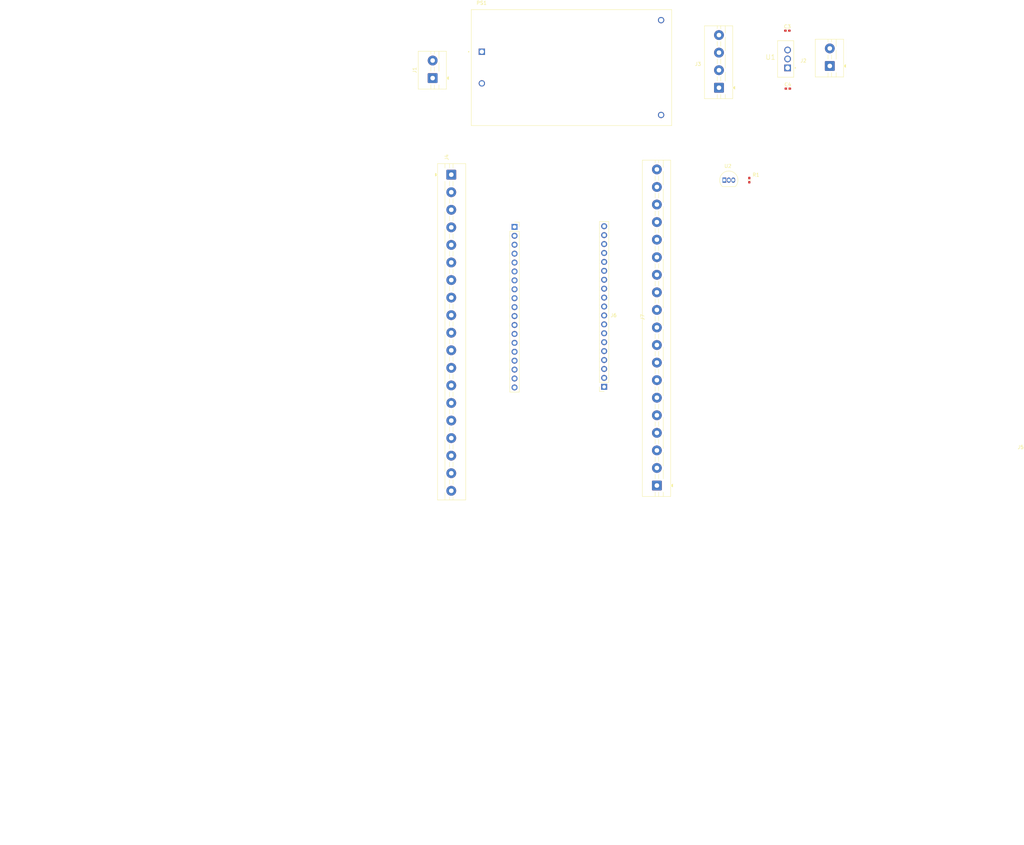
<source format=kicad_pcb>
(kicad_pcb (version 20241229) (generator "pcbnew") (generator_version "9.0")
  (layers (0 "F.Cu" signal) (2 "B.Cu" signal) (13 "F.Paste" user) (15 "B.Paste" user) (5 "F.SilkS" user "F.Silkscreen") (7 "B.SilkS" user "B.Silkscreen") (1 "F.Mask" user) (3 "B.Mask" user) (25 "Edge.Cuts" user))
  (net 0 "")
  (net 1 "Net-(J1-Pin_2)")
  (net 2 "Net-(J1-Pin_1)")
  (net 3 "+12V")
  (net 4 "GND")
  (net 5 "+5V")
  (net 6 "P12")
  (net 7 "CLK")
  (net 8 "P27")
  (net 9 "SD1")
  (net 10 "CMD")
  (net 11 "P22")
  (net 12 "SD0")
  (net 13 "P25")
  (net 14 "TX")
  (net 15 "P13")
  (net 16 "3V3")
  (net 17 "P0")
  (net 18 "P16")
  (net 19 "SVP")
  (net 20 "P2")
  (net 21 "P19")
  (net 22 "P5")
  (net 23 "SVN")
  (net 24 "P35")
  (net 25 "P17")
  (net 26 "P34")
  (net 27 "P21")
  (net 28 "P15")
  (net 29 "P23")
  (net 30 "EN")
  (net 31 "P14")
  (net 32 "P33")
  (net 33 "P18")
  (net 34 "P32")
  (net 35 "SD2")
  (net 36 "P26")
  (net 37 "RX")
  (footprint "Package_TO_SOT_THT:TO-92_Inline" (layer "F.Cu") (at 106.5 67.5)
    (property "Reference" "U2" (at 1 -4 0) (layer "F.SilkS"))
    (property "Value" "DS18B20")
    (fp_line (start -0.53 1.85) (end 3.07 1.85) (stroke (width 0.12)) (layer "F.SilkS"))
    (fp_arc (start -0.568478 1.838478) (mid -1.132087 -0.994977) (end 1.27 -2.6) (stroke (width 0.12)) (layer "F.SilkS"))
    (fp_arc (start 1.27 -2.6) (mid 3.672087 -0.994977) (end 3.108478 1.838478) (stroke (width 0.12)) (layer "F.SilkS"))
    (pad "1" thru_hole rect (at 0 0) (size 1.05 1.5) (drill 0.75) (layers "*.Cu" "*.Mask") (net 4 "GND"))
    (pad "2" thru_hole oval (at 1.27 0) (size 1.05 1.5) (drill 0.75) (layers "*.Cu" "*.Mask") (net 6 "P12"))
    (pad "3" thru_hole oval (at 2.54 0) (size 1.05 1.5) (drill 0.75) (layers "*.Cu" "*.Mask") (net 5 "+5V"))
  )
  (footprint "Capacitor_SMD:C_0402_1005Metric_Pad0.74x0.62mm_HandSolder" (layer "F.Cu") (at 124.4325 24.95)
    (property "Reference" "C3" (at 0 -1.16 0) (layer "F.SilkS"))
    (property "Value" "0.1uf")
    (fp_line (start -0.115835 -0.36) (end 0.115835 -0.36) (stroke (width 0.12)) (layer "F.SilkS"))
    (fp_line (start -0.115835 0.36) (end 0.115835 0.36) (stroke (width 0.12)) (layer "F.SilkS"))
    (pad "1" smd roundrect (at -0.5675 0) (size 0.735 0.62) (layers "F.Cu" "F.Mask" "F.Paste") (net 5 "+5V"))
    (pad "2" smd roundrect (at 0.5675 0) (size 0.735 0.62) (layers "F.Cu" "F.Mask" "F.Paste") (net 4 "GND"))
  )
  (footprint "TerminalBlock:TerminalBlock_MaiXu_MX126-5.0-19P_1x19_P5.00mm" (layer "F.Cu") (at 87.3 154.445 90)
    (property "Reference" "J7" (at 47.935 -4.0925 90) (layer "F.SilkS"))
    (property "Value" "Screw_Terminal_01x19")
    (fp_line (start 92.62 -4.12) (end 92.62 3.92) (stroke (width 0.12)) (layer "F.SilkS"))
    (fp_line (start -3.12 -4.12) (end 92.62 -4.12) (stroke (width 0.12)) (layer "F.SilkS"))
    (fp_line (start 91.812 -0.5) (end 92.62 -0.5) (stroke (width 0.12)) (layer "F.SilkS"))
    (fp_line (start 86.812 -0.5) (end 88.188 -0.5) (stroke (width 0.12)) (layer "F.SilkS"))
    (fp_line (start 81.812 -0.5) (end 83.188 -0.5) (stroke (width 0.12)) (layer "F.SilkS"))
    (fp_line (start 76.812 -0.5) (end 78.188 -0.5) (stroke (width 0.12)) (layer "F.SilkS"))
    (fp_line (start 71.812 -0.5) (end 73.188 -0.5) (stroke (width 0.12)) (layer "F.SilkS"))
    (fp_line (start 66.812 -0.5) (end 68.188 -0.5) (stroke (width 0.12)) (layer "F.SilkS"))
    (fp_line (start 61.812 -0.5) (end 63.188 -0.5) (stroke (width 0.12)) (layer "F.SilkS"))
    (fp_line (start 56.812 -0.5) (end 58.188 -0.5) (stroke (width 0.12)) (layer "F.SilkS"))
    (fp_line (start 51.812 -0.5) (end 53.188 -0.5) (stroke (width 0.12)) (layer "F.SilkS"))
    (fp_line (start 46.812 -0.5) (end 48.188 -0.5) (stroke (width 0.12)) (layer "F.SilkS"))
    (fp_line (start 41.812 -0.5) (end 43.188 -0.5) (stroke (width 0.12)) (layer "F.SilkS"))
    (fp_line (start 36.812 -0.5) (end 38.188 -0.5) (stroke (width 0.12)) (layer "F.SilkS"))
    (fp_line (start 31.812 -0.5) (end 33.188 -0.5) (stroke (width 0.12)) (layer "F.SilkS"))
    (fp_line (start 26.812 -0.5) (end 28.188 -0.5) (stroke (width 0.12)) (layer "F.SilkS"))
    (fp_line (start 21.812 -0.5) (end 23.188 -0.5) (stroke (width 0.12)) (layer "F.SilkS"))
    (fp_line (start 16.812 -0.5) (end 18.188 -0.5) (stroke (width 0.12)) (layer "F.SilkS"))
    (fp_line (start 11.812 -0.5) (end 13.188 -0.5) (stroke (width 0.12)) (layer "F.SilkS"))
    (fp_line (start 6.812 -0.5) (end 8.188 -0.5) (stroke (width 0.12)) (layer "F.SilkS"))
    (fp_line (start 1.88 -0.5) (end 3.188 -0.5) (stroke (width 0.12)) (layer "F.SilkS"))
    (fp_line (start -3.12 -0.5) (end -1.88 -0.5) (stroke (width 0.12)) (layer "F.SilkS"))
    (fp_line (start 91.812 0.5) (end 92.62 0.5) (stroke (width 0.12)) (layer "F.SilkS"))
    (fp_line (start 86.812 0.5) (end 88.188 0.5) (stroke (width 0.12)) (layer "F.SilkS"))
    (fp_line (start 81.812 0.5) (end 83.188 0.5) (stroke (width 0.12)) (layer "F.SilkS"))
    (fp_line (start 76.812 0.5) (end 78.188 0.5) (stroke (width 0.12)) (layer "F.SilkS"))
    (fp_line (start 71.812 0.5) (end 73.188 0.5) (stroke (width 0.12)) (layer "F.SilkS"))
    (fp_line (start 66.812 0.5) (end 68.188 0.5) (stroke (width 0.12)) (layer "F.SilkS"))
    (fp_line (start 61.812 0.5) (end 63.188 0.5) (stroke (width 0.12)) (layer "F.SilkS"))
    (fp_line (start 56.812 0.5) (end 58.188 0.5) (stroke (width 0.12)) (layer "F.SilkS"))
    (fp_line (start 51.812 0.5) (end 53.188 0.5) (stroke (width 0.12)) (layer "F.SilkS"))
    (fp_line (start 46.812 0.5) (end 48.188 0.5) (stroke (width 0.12)) (layer "F.SilkS"))
    (fp_line (start 41.812 0.5) (end 43.188 0.5) (stroke (width 0.12)) (layer "F.SilkS"))
    (fp_line (start 36.812 0.5) (end 38.188 0.5) (stroke (width 0.12)) (layer "F.SilkS"))
    (fp_line (start 31.812 0.5) (end 33.188 0.5) (stroke (width 0.12)) (layer "F.SilkS"))
    (fp_line (start 26.812 0.5) (end 28.188 0.5) (stroke (width 0.12)) (layer "F.SilkS"))
    (fp_line (start 21.812 0.5) (end 23.188 0.5) (stroke (width 0.12)) (layer "F.SilkS"))
    (fp_line (start 16.812 0.5) (end 18.188 0.5) (stroke (width 0.12)) (layer "F.SilkS"))
    (fp_line (start 11.812 0.5) (end 13.188 0.5) (stroke (width 0.12)) (layer "F.SilkS"))
    (fp_line (start 6.812 0.5) (end 8.188 0.5) (stroke (width 0.12)) (layer "F.SilkS"))
    (fp_line (start 1.88 0.5) (end 3.188 0.5) (stroke (width 0.12)) (layer "F.SilkS"))
    (fp_line (start -3.12 0.5) (end -1.88 0.5) (stroke (width 0.12)) (layer "F.SilkS"))
    (fp_line (start 90.543 1.8) (end 92.62 1.8) (stroke (width 0.12)) (layer "F.SilkS"))
    (fp_line (start 85.543 1.8) (end 89.457 1.8) (stroke (width 0.12)) (layer "F.SilkS"))
    (fp_line (start 80.543 1.8) (end 84.457 1.8) (stroke (width 0.12)) (layer "F.SilkS"))
    (fp_line (start 75.543 1.8) (end 79.457 1.8) (stroke (width 0.12)) (layer "F.SilkS"))
    (fp_line (start 70.543 1.8) (end 74.457 1.8) (stroke (width 0.12)) (layer "F.SilkS"))
    (fp_line (start 65.543 1.8) (end 69.457 1.8) (stroke (width 0.12)) (layer "F.SilkS"))
    (fp_line (start 60.543 1.8) (end 64.457 1.8) (stroke (width 0.12)) (layer "F.SilkS"))
    (fp_line (start 55.543 1.8) (end 59.457 1.8) (stroke (width 0.12)) (layer "F.SilkS"))
    (fp_line (start 50.543 1.8) (end 54.457 1.8) (stroke (width 0.12)) (layer "F.SilkS"))
    (fp_line (start 45.543 1.8) (end 49.457 1.8) (stroke (width 0.12)) (layer "F.SilkS"))
    (fp_line (start 40.543 1.8) (end 44.457 1.8) (stroke (width 0.12)) (layer "F.SilkS"))
    (fp_line (start 35.543 1.8) (end 39.457 1.8) (stroke (width 0.12)) (layer "F.SilkS"))
    (fp_line (start 30.543 1.8) (end 34.457 1.8) (stroke (width 0.12)) (layer "F.SilkS"))
    (fp_line (start 25.543 1.8) (end 29.457 1.8) (stroke (width 0.12)) (layer "F.SilkS"))
    (fp_line (start 20.543 1.8) (end 24.457 1.8) (stroke (width 0.12)) (layer "F.SilkS"))
    (fp_line (start 15.543 1.8) (end 19.457 1.8) (stroke (width 0.12)) (layer "F.SilkS"))
    (fp_line (start 10.543 1.8) (end 14.457 1.8) (stroke (width 0.12)) (layer "F.SilkS"))
    (fp_line (start 5.543 1.8) (end 9.457 1.8) (stroke (width 0.12)) (layer "F.SilkS"))
    (fp_line (start 1.88 1.8) (end 4.457 1.8) (stroke (width 0.12)) (layer "F.SilkS"))
    (fp_line (start -3.12 1.8) (end -1.88 1.8) (stroke (width 0.12)) (layer "F.SilkS"))
    (fp_line (start 92.62 3.92) (end 0.3 3.92) (stroke (width 0.12)) (layer "F.SilkS"))
    (fp_line (start -0.3 3.92) (end -3.12 3.92) (stroke (width 0.12)) (layer "F.SilkS"))
    (fp_line (start -3.12 3.92) (end -3.12 -4.12) (stroke (width 0.12)) (layer "F.SilkS"))
    (fp_poly (pts (xy 0 3.92) (xy 0.44 4.53) (xy -0.44 4.53)) (stroke (width 0.12)) (fill yes) (layer "F.SilkS"))
    (pad "1" thru_hole roundrect (at 0 0 90) (size 2.8 2.8) (drill 1.3) (layers "*.Cu" "*.Mask") (roundrect_rratio 0.089286) (net 7 "CLK"))
    (pad "2" thru_hole circle (at 5 0 90) (size 2.8 2.8) (drill 1.3) (layers "*.Cu" "*.Mask") (net 12 "SD0"))
    (pad "3" thru_hole circle (at 10 0 90) (size 2.8 2.8) (drill 1.3) (layers "*.Cu" "*.Mask") (net 9 "SD1"))
    (pad "4" thru_hole circle (at 15 0 90) (size 2.8 2.8) (drill 1.3) (layers "*.Cu" "*.Mask") (net 28 "P15"))
    (pad "5" thru_hole circle (at 20 0 90) (size 2.8 2.8) (drill 1.3) (layers "*.Cu" "*.Mask") (net 20 "P2"))
    (pad "6" thru_hole circle (at 25 0 90) (size 2.8 2.8) (drill 1.3) (layers "*.Cu" "*.Mask") (net 17 "P0"))
    (pad "7" thru_hole circle (at 30 0 90) (size 2.8 2.8) (drill 1.3) (layers "*.Cu" "*.Mask") (net 15 "P13"))
    (pad "8" thru_hole circle (at 35 0 90) (size 2.8 2.8) (drill 1.3) (layers "*.Cu" "*.Mask") (net 18 "P16"))
    (pad "9" thru_hole circle (at 40 0 90) (size 2.8 2.8) (drill 1.3) (layers "*.Cu" "*.Mask") (net 25 "P17"))
    (pad "10" thru_hole circle (at 45 0 90) (size 2.8 2.8) (drill 1.3) (layers "*.Cu" "*.Mask") (net 22 "P5"))
    (pad "11" thru_hole circle (at 50 0 90) (size 2.8 2.8) (drill 1.3) (layers "*.Cu" "*.Mask") (net 33 "P18"))
    (pad "12" thru_hole circle (at 55 0 90) (size 2.8 2.8) (drill 1.3) (layers "*.Cu" "*.Mask") (net 21 "P19"))
    (pad "13" thru_hole circle (at 60 0 90) (size 2.8 2.8) (drill 1.3) (layers "*.Cu" "*.Mask") (net 4 "GND"))
    (pad "14" thru_hole circle (at 65 0 90) (size 2.8 2.8) (drill 1.3) (layers "*.Cu" "*.Mask") (net 27 "P21"))
    (pad "15" thru_hole circle (at 70 0 90) (size 2.8 2.8) (drill 1.3) (layers "*.Cu" "*.Mask") (net 37 "RX"))
    (pad "16" thru_hole circle (at 75 0 90) (size 2.8 2.8) (drill 1.3) (layers "*.Cu" "*.Mask") (net 14 "TX"))
    (pad "17" thru_hole circle (at 80 0 90) (size 2.8 2.8) (drill 1.3) (layers "*.Cu" "*.Mask") (net 11 "P22"))
    (pad "18" thru_hole circle (at 85 0 90) (size 2.8 2.8) (drill 1.3) (layers "*.Cu" "*.Mask") (net 29 "P23"))
    (pad "19" thru_hole circle (at 90 0 90) (size 2.8 2.8) (drill 1.3) (layers "*.Cu" "*.Mask") (net 4 "GND"))
  )
  (footprint "TerminalBlock:TerminalBlock_MaiXu_MX126-5.0-19P_1x19_P5.00mm" (layer "F.Cu") (at 28.8 65.945 -90)
    (property "Reference" "J4" (at -4.945 1.3 90) (layer "F.SilkS"))
    (property "Value" "Screw_Terminal_01x19")
    (fp_line (start -3.12 3.92) (end -3.12 -4.12) (stroke (width 0.12)) (layer "F.SilkS"))
    (fp_line (start -0.3 3.92) (end -3.12 3.92) (stroke (width 0.12)) (layer "F.SilkS"))
    (fp_line (start 92.62 3.92) (end 0.3 3.92) (stroke (width 0.12)) (layer "F.SilkS"))
    (fp_line (start -3.12 1.8) (end -1.88 1.8) (stroke (width 0.12)) (layer "F.SilkS"))
    (fp_line (start 1.88 1.8) (end 4.457 1.8) (stroke (width 0.12)) (layer "F.SilkS"))
    (fp_line (start 5.543 1.8) (end 9.457 1.8) (stroke (width 0.12)) (layer "F.SilkS"))
    (fp_line (start 10.543 1.8) (end 14.457 1.8) (stroke (width 0.12)) (layer "F.SilkS"))
    (fp_line (start 15.543 1.8) (end 19.457 1.8) (stroke (width 0.12)) (layer "F.SilkS"))
    (fp_line (start 20.543 1.8) (end 24.457 1.8) (stroke (width 0.12)) (layer "F.SilkS"))
    (fp_line (start 25.543 1.8) (end 29.457 1.8) (stroke (width 0.12)) (layer "F.SilkS"))
    (fp_line (start 30.543 1.8) (end 34.457 1.8) (stroke (width 0.12)) (layer "F.SilkS"))
    (fp_line (start 35.543 1.8) (end 39.457 1.8) (stroke (width 0.12)) (layer "F.SilkS"))
    (fp_line (start 40.543 1.8) (end 44.457 1.8) (stroke (width 0.12)) (layer "F.SilkS"))
    (fp_line (start 45.543 1.8) (end 49.457 1.8) (stroke (width 0.12)) (layer "F.SilkS"))
    (fp_line (start 50.543 1.8) (end 54.457 1.8) (stroke (width 0.12)) (layer "F.SilkS"))
    (fp_line (start 55.543 1.8) (end 59.457 1.8) (stroke (width 0.12)) (layer "F.SilkS"))
    (fp_line (start 60.543 1.8) (end 64.457 1.8) (stroke (width 0.12)) (layer "F.SilkS"))
    (fp_line (start 65.543 1.8) (end 69.457 1.8) (stroke (width 0.12)) (layer "F.SilkS"))
    (fp_line (start 70.543 1.8) (end 74.457 1.8) (stroke (width 0.12)) (layer "F.SilkS"))
    (fp_line (start 75.543 1.8) (end 79.457 1.8) (stroke (width 0.12)) (layer "F.SilkS"))
    (fp_line (start 80.543 1.8) (end 84.457 1.8) (stroke (width 0.12)) (layer "F.SilkS"))
    (fp_line (start 85.543 1.8) (end 89.457 1.8) (stroke (width 0.12)) (layer "F.SilkS"))
    (fp_line (start 90.543 1.8) (end 92.62 1.8) (stroke (width 0.12)) (layer "F.SilkS"))
    (fp_line (start -3.12 0.5) (end -1.88 0.5) (stroke (width 0.12)) (layer "F.SilkS"))
    (fp_line (start 1.88 0.5) (end 3.188 0.5) (stroke (width 0.12)) (layer "F.SilkS"))
    (fp_line (start 6.812 0.5) (end 8.188 0.5) (stroke (width 0.12)) (layer "F.SilkS"))
    (fp_line (start 11.812 0.5) (end 13.188 0.5) (stroke (width 0.12)) (layer "F.SilkS"))
    (fp_line (start 16.812 0.5) (end 18.188 0.5) (stroke (width 0.12)) (layer "F.SilkS"))
    (fp_line (start 21.812 0.5) (end 23.188 0.5) (stroke (width 0.12)) (layer "F.SilkS"))
    (fp_line (start 26.812 0.5) (end 28.188 0.5) (stroke (width 0.12)) (layer "F.SilkS"))
    (fp_line (start 31.812 0.5) (end 33.188 0.5) (stroke (width 0.12)) (layer "F.SilkS"))
    (fp_line (start 36.812 0.5) (end 38.188 0.5) (stroke (width 0.12)) (layer "F.SilkS"))
    (fp_line (start 41.812 0.5) (end 43.188 0.5) (stroke (width 0.12)) (layer "F.SilkS"))
    (fp_line (start 46.812 0.5) (end 48.188 0.5) (stroke (width 0.12)) (layer "F.SilkS"))
    (fp_line (start 51.812 0.5) (end 53.188 0.5) (stroke (width 0.12)) (layer "F.SilkS"))
    (fp_line (start 56.812 0.5) (end 58.188 0.5) (stroke (width 0.12)) (layer "F.SilkS"))
    (fp_line (start 61.812 0.5) (end 63.188 0.5) (stroke (width 0.12)) (layer "F.SilkS"))
    (fp_line (start 66.812 0.5) (end 68.188 0.5) (stroke (width 0.12)) (layer "F.SilkS"))
    (fp_line (start 71.812 0.5) (end 73.188 0.5) (stroke (width 0.12)) (layer "F.SilkS"))
    (fp_line (start 76.812 0.5) (end 78.188 0.5) (stroke (width 0.12)) (layer "F.SilkS"))
    (fp_line (start 81.812 0.5) (end 83.188 0.5) (stroke (width 0.12)) (layer "F.SilkS"))
    (fp_line (start 86.812 0.5) (end 88.188 0.5) (stroke (width 0.12)) (layer "F.SilkS"))
    (fp_line (start 91.812 0.5) (end 92.62 0.5) (stroke (width 0.12)) (layer "F.SilkS"))
    (fp_line (start -3.12 -0.5) (end -1.88 -0.5) (stroke (width 0.12)) (layer "F.SilkS"))
    (fp_line (start 1.88 -0.5) (end 3.188 -0.5) (stroke (width 0.12)) (layer "F.SilkS"))
    (fp_line (start 6.812 -0.5) (end 8.188 -0.5) (stroke (width 0.12)) (layer "F.SilkS"))
    (fp_line (start 11.812 -0.5) (end 13.188 -0.5) (stroke (width 0.12)) (layer "F.SilkS"))
    (fp_line (start 16.812 -0.5) (end 18.188 -0.5) (stroke (width 0.12)) (layer "F.SilkS"))
    (fp_line (start 21.812 -0.5) (end 23.188 -0.5) (stroke (width 0.12)) (layer "F.SilkS"))
    (fp_line (start 26.812 -0.5) (end 28.188 -0.5) (stroke (width 0.12)) (layer "F.SilkS"))
    (fp_line (start 31.812 -0.5) (end 33.188 -0.5) (stroke (width 0.12)) (layer "F.SilkS"))
    (fp_line (start 36.812 -0.5) (end 38.188 -0.5) (stroke (width 0.12)) (layer "F.SilkS"))
    (fp_line (start 41.812 -0.5) (end 43.188 -0.5) (stroke (width 0.12)) (layer "F.SilkS"))
    (fp_line (start 46.812 -0.5) (end 48.188 -0.5) (stroke (width 0.12)) (layer "F.SilkS"))
    (fp_line (start 51.812 -0.5) (end 53.188 -0.5) (stroke (width 0.12)) (layer "F.SilkS"))
    (fp_line (start 56.812 -0.5) (end 58.188 -0.5) (stroke (width 0.12)) (layer "F.SilkS"))
    (fp_line (start 61.812 -0.5) (end 63.188 -0.5) (stroke (width 0.12)) (layer "F.SilkS"))
    (fp_line (start 66.812 -0.5) (end 68.188 -0.5) (stroke (width 0.12)) (layer "F.SilkS"))
    (fp_line (start 71.812 -0.5) (end 73.188 -0.5) (stroke (width 0.12)) (layer "F.SilkS"))
    (fp_line (start 76.812 -0.5) (end 78.188 -0.5) (stroke (width 0.12)) (layer "F.SilkS"))
    (fp_line (start 81.812 -0.5) (end 83.188 -0.5) (stroke (width 0.12)) (layer "F.SilkS"))
    (fp_line (start 86.812 -0.5) (end 88.188 -0.5) (stroke (width 0.12)) (layer "F.SilkS"))
    (fp_line (start 91.812 -0.5) (end 92.62 -0.5) (stroke (width 0.12)) (layer "F.SilkS"))
    (fp_line (start -3.12 -4.12) (end 92.62 -4.12) (stroke (width 0.12)) (layer "F.SilkS"))
    (fp_line (start 92.62 -4.12) (end 92.62 3.92) (stroke (width 0.12)) (layer "F.SilkS"))
    (fp_poly (pts (xy 0 3.92) (xy 0.44 4.53) (xy -0.44 4.53)) (stroke (width 0.12)) (fill yes) (layer "F.SilkS"))
    (pad "1" thru_hole roundrect (at 0 0 270) (size 2.8 2.8) (drill 1.3) (layers "*.Cu" "*.Mask") (roundrect_rratio 0.089286) (net 16 "3V3"))
    (pad "2" thru_hole circle (at 5 0 270) (size 2.8 2.8) (drill 1.3) (layers "*.Cu" "*.Mask") (net 30 "EN"))
    (pad "3" thru_hole circle (at 10 0 270) (size 2.8 2.8) (drill 1.3) (layers "*.Cu" "*.Mask") (net 19 "SVP"))
    (pad "4" thru_hole circle (at 15 0 270) (size 2.8 2.8) (drill 1.3) (layers "*.Cu" "*.Mask") (net 23 "SVN"))
    (pad "5" thru_hole circle (at 20 0 270) (size 2.8 2.8) (drill 1.3) (layers "*.Cu" "*.Mask") (net 26 "P34"))
    (pad "6" thru_hole circle (at 25 0 270) (size 2.8 2.8) (drill 1.3) (layers "*.Cu" "*.Mask") (net 24 "P35"))
    (pad "7" thru_hole circle (at 30 0 270) (size 2.8 2.8) (drill 1.3) (layers "*.Cu" "*.Mask") (net 34 "P32"))
    (pad "8" thru_hole circle (at 35 0 270) (size 2.8 2.8) (drill 1.3) (layers "*.Cu" "*.Mask") (net 32 "P33"))
    (pad "9" thru_hole circle (at 40 0 270) (size 2.8 2.8) (drill 1.3) (layers "*.Cu" "*.Mask") (net 13 "P25"))
    (pad "10" thru_hole circle (at 45 0 270) (size 2.8 2.8) (drill 1.3) (layers "*.Cu" "*.Mask") (net 36 "P26"))
    (pad "11" thru_hole circle (at 50 0 270) (size 2.8 2.8) (drill 1.3) (layers "*.Cu" "*.Mask") (net 8 "P27"))
    (pad "12" thru_hole circle (at 55 0 270) (size 2.8 2.8) (drill 1.3) (layers "*.Cu" "*.Mask") (net 31 "P14"))
    (pad "13" thru_hole circle (at 60 0 270) (size 2.8 2.8) (drill 1.3) (layers "*.Cu" "*.Mask") (net 6 "P12"))
    (pad "14" thru_hole circle (at 65 0 270) (size 2.8 2.8) (drill 1.3) (layers "*.Cu" "*.Mask") (net 4 "GND"))
    (pad "15" thru_hole circle (at 70 0 270) (size 2.8 2.8) (drill 1.3) (layers "*.Cu" "*.Mask") (net 15 "P13"))
    (pad "16" thru_hole circle (at 75 0 270) (size 2.8 2.8) (drill 1.3) (layers "*.Cu" "*.Mask") (net 35 "SD2"))
    (pad "17" thru_hole circle (at 80 0 270) (size 2.8 2.8) (drill 1.3) (layers "*.Cu" "*.Mask") (net 9 "SD1"))
    (pad "18" thru_hole circle (at 85 0 270) (size 2.8 2.8) (drill 1.3) (layers "*.Cu" "*.Mask") (net 10 "CMD"))
    (pad "19" thru_hole circle (at 90 0 270) (size 2.8 2.8) (drill 1.3) (layers "*.Cu" "*.Mask") (net 5 "+5V"))
  )
  (footprint "Capacitor_SMD:C_0402_1005Metric_Pad0.74x0.62mm_HandSolder" (layer "F.Cu") (at 124.5675 41.45)
    (property "Reference" "C4" (at 0 -1.16 0) (layer "F.SilkS"))
    (property "Value" "0.33uf")
    (fp_line (start -0.115835 -0.36) (end 0.115835 -0.36) (stroke (width 0.12)) (layer "F.SilkS"))
    (fp_line (start -0.115835 0.36) (end 0.115835 0.36) (stroke (width 0.12)) (layer "F.SilkS"))
    (pad "1" smd roundrect (at -0.5675 0) (size 0.735 0.62) (layers "F.Cu" "F.Mask" "F.Paste") (net 3 "+12V"))
    (pad "2" smd roundrect (at 0.5675 0) (size 0.735 0.62) (layers "F.Cu" "F.Mask" "F.Paste") (net 4 "GND"))
  )
  (footprint "Connector_PinSocket_2.54mm:PinSocket_1x19_P2.54mm_Vertical" (layer "F.Cu") (at 72.3 126.345 180)
    (property "Reference" "J6" (at -2.7 20.345 0) (layer "F.SilkS"))
    (property "Value" "Conn_01x19_Socket")
    (fp_line (start 1.33 1.27) (end 1.33 47.05) (stroke (width 0.12)) (layer "F.SilkS"))
    (fp_line (start 1.33 -1.33) (end 1.33 0) (stroke (width 0.12)) (layer "F.SilkS"))
    (fp_line (start 0 -1.33) (end 1.33 -1.33) (stroke (width 0.12)) (layer "F.SilkS"))
    (fp_line (start -1.33 47.05) (end 1.33 47.05) (stroke (width 0.12)) (layer "F.SilkS"))
    (fp_line (start -1.33 1.27) (end 1.33 1.27) (stroke (width 0.12)) (layer "F.SilkS"))
    (fp_line (start -1.33 1.27) (end -1.33 47.05) (stroke (width 0.12)) (layer "F.SilkS"))
    (pad "1" thru_hole rect (at 0 0 180) (size 1.7 1.7) (drill 1) (layers "*.Cu" "*.Mask") (net 7 "CLK"))
    (pad "2" thru_hole circle (at 0 2.54 180) (size 1.7 1.7) (drill 1) (layers "*.Cu" "*.Mask") (net 12 "SD0"))
    (pad "3" thru_hole circle (at 0 5.08 180) (size 1.7 1.7) (drill 1) (layers "*.Cu" "*.Mask") (net 9 "SD1"))
    (pad "4" thru_hole circle (at 0 7.62 180) (size 1.7 1.7) (drill 1) (layers "*.Cu" "*.Mask") (net 28 "P15"))
    (pad "5" thru_hole circle (at 0 10.16 180) (size 1.7 1.7) (drill 1) (layers "*.Cu" "*.Mask") (net 20 "P2"))
    (pad "6" thru_hole circle (at 0 12.7 180) (size 1.7 1.7) (drill 1) (layers "*.Cu" "*.Mask") (net 17 "P0"))
    (pad "7" thru_hole circle (at 0 15.24 180) (size 1.7 1.7) (drill 1) (layers "*.Cu" "*.Mask") (net 15 "P13"))
    (pad "8" thru_hole circle (at 0 17.78 180) (size 1.7 1.7) (drill 1) (layers "*.Cu" "*.Mask") (net 18 "P16"))
    (pad "9" thru_hole circle (at 0 20.32 180) (size 1.7 1.7) (drill 1) (layers "*.Cu" "*.Mask") (net 25 "P17"))
    (pad "10" thru_hole circle (at 0 22.86 180) (size 1.7 1.7) (drill 1) (layers "*.Cu" "*.Mask") (net 22 "P5"))
    (pad "11" thru_hole circle (at 0 25.4 180) (size 1.7 1.7) (drill 1) (layers "*.Cu" "*.Mask") (net 33 "P18"))
    (pad "12" thru_hole circle (at 0 27.94 180) (size 1.7 1.7) (drill 1) (layers "*.Cu" "*.Mask") (net 21 "P19"))
    (pad "13" thru_hole circle (at 0 30.48 180) (size 1.7 1.7) (drill 1) (layers "*.Cu" "*.Mask") (net 4 "GND"))
    (pad "14" thru_hole circle (at 0 33.02 180) (size 1.7 1.7) (drill 1) (layers "*.Cu" "*.Mask") (net 27 "P21"))
    (pad "15" thru_hole circle (at 0 35.56 180) (size 1.7 1.7) (drill 1) (layers "*.Cu" "*.Mask") (net 37 "RX"))
    (pad "16" thru_hole circle (at 0 38.1 180) (size 1.7 1.7) (drill 1) (layers "*.Cu" "*.Mask") (net 14 "TX"))
    (pad "17" thru_hole circle (at 0 40.64 180) (size 1.7 1.7) (drill 1) (layers "*.Cu" "*.Mask") (net 11 "P22"))
    (pad "18" thru_hole circle (at 0 43.18 180) (size 1.7 1.7) (drill 1) (layers "*.Cu" "*.Mask") (net 29 "P23"))
    (pad "19" thru_hole circle (at 0 45.72 180) (size 1.7 1.7) (drill 1) (layers "*.Cu" "*.Mask") (net 4 "GND"))
  )
  (footprint "TerminalBlock:TerminalBlock_MaiXu_MX126-5.0-04P_1x04_P5.00mm" (layer "F.Cu") (at 104.9675 41.2 90)
    (property "Reference" "J3" (at 6.75 -5.9675 180) (layer "F.SilkS"))
    (property "Value" "Screw_Terminal_01x04")
    (fp_line (start 17.62 -4.12) (end 17.62 3.92) (stroke (width 0.12)) (layer "F.SilkS"))
    (fp_line (start -3.12 -4.12) (end 17.62 -4.12) (stroke (width 0.12)) (layer "F.SilkS"))
    (fp_line (start 16.812 -0.5) (end 17.62 -0.5) (stroke (width 0.12)) (layer "F.SilkS"))
    (fp_line (start 11.812 -0.5) (end 13.188 -0.5) (stroke (width 0.12)) (layer "F.SilkS"))
    (fp_line (start 6.812 -0.5) (end 8.188 -0.5) (stroke (width 0.12)) (layer "F.SilkS"))
    (fp_line (start 1.88 -0.5) (end 3.188 -0.5) (stroke (width 0.12)) (layer "F.SilkS"))
    (fp_line (start -3.12 -0.5) (end -1.88 -0.5) (stroke (width 0.12)) (layer "F.SilkS"))
    (fp_line (start 16.812 0.5) (end 17.62 0.5) (stroke (width 0.12)) (layer "F.SilkS"))
    (fp_line (start 11.812 0.5) (end 13.188 0.5) (stroke (width 0.12)) (layer "F.SilkS"))
    (fp_line (start 6.812 0.5) (end 8.188 0.5) (stroke (width 0.12)) (layer "F.SilkS"))
    (fp_line (start 1.88 0.5) (end 3.188 0.5) (stroke (width 0.12)) (layer "F.SilkS"))
    (fp_line (start -3.12 0.5) (end -1.88 0.5) (stroke (width 0.12)) (layer "F.SilkS"))
    (fp_line (start 15.543 1.8) (end 17.62 1.8) (stroke (width 0.12)) (layer "F.SilkS"))
    (fp_line (start 10.543 1.8) (end 14.457 1.8) (stroke (width 0.12)) (layer "F.SilkS"))
    (fp_line (start 5.543 1.8) (end 9.457 1.8) (stroke (width 0.12)) (layer "F.SilkS"))
    (fp_line (start 1.88 1.8) (end 4.457 1.8) (stroke (width 0.12)) (layer "F.SilkS"))
    (fp_line (start -3.12 1.8) (end -1.88 1.8) (stroke (width 0.12)) (layer "F.SilkS"))
    (fp_line (start 17.62 3.92) (end 0.3 3.92) (stroke (width 0.12)) (layer "F.SilkS"))
    (fp_line (start -0.3 3.92) (end -3.12 3.92) (stroke (width 0.12)) (layer "F.SilkS"))
    (fp_line (start -3.12 3.92) (end -3.12 -4.12) (stroke (width 0.12)) (layer "F.SilkS"))
    (fp_poly (pts (xy 0 3.92) (xy 0.44 4.53) (xy -0.44 4.53)) (stroke (width 0.12)) (fill yes) (layer "F.SilkS"))
    (pad "1" thru_hole roundrect (at 0 0 90) (size 2.8 2.8) (drill 1.3) (layers "*.Cu" "*.Mask") (roundrect_rratio 0.089286) (net 3 "+12V"))
    (pad "2" thru_hole circle (at 5 0 90) (size 2.8 2.8) (drill 1.3) (layers "*.Cu" "*.Mask") (net 4 "GND"))
    (pad "3" thru_hole circle (at 10 0 90) (size 2.8 2.8) (drill 1.3) (layers "*.Cu" "*.Mask") (net 3 "+12V"))
    (pad "4" thru_hole circle (at 15 0 90) (size 2.8 2.8) (drill 1.3) (layers "*.Cu" "*.Mask") (net 4 "GND"))
  )
  (footprint "TerminalBlock:TerminalBlock_MaiXu_MX126-5.0-02P_1x02_P5.00mm" (layer "F.Cu") (at 23.5 38.45 90)
    (property "Reference" "J1" (at 2.25 -5.12 90) (layer "F.SilkS"))
    (property "Value" "AC-IN")
    (fp_line (start 7.62 -4.12) (end 7.62 3.92) (stroke (width 0.12)) (layer "F.SilkS"))
    (fp_line (start -3.12 -4.12) (end 7.62 -4.12) (stroke (width 0.12)) (layer "F.SilkS"))
    (fp_line (start 6.812 -0.5) (end 7.62 -0.5) (stroke (width 0.12)) (layer "F.SilkS"))
    (fp_line (start 1.88 -0.5) (end 3.188 -0.5) (stroke (width 0.12)) (layer "F.SilkS"))
    (fp_line (start -3.12 -0.5) (end -1.88 -0.5) (stroke (width 0.12)) (layer "F.SilkS"))
    (fp_line (start 6.812 0.5) (end 7.62 0.5) (stroke (width 0.12)) (layer "F.SilkS"))
    (fp_line (start 1.88 0.5) (end 3.188 0.5) (stroke (width 0.12)) (layer "F.SilkS"))
    (fp_line (start -3.12 0.5) (end -1.88 0.5) (stroke (width 0.12)) (layer "F.SilkS"))
    (fp_line (start 5.543 1.8) (end 7.62 1.8) (stroke (width 0.12)) (layer "F.SilkS"))
    (fp_line (start 1.88 1.8) (end 4.457 1.8) (stroke (width 0.12)) (layer "F.SilkS"))
    (fp_line (start -3.12 1.8) (end -1.88 1.8) (stroke (width 0.12)) (layer "F.SilkS"))
    (fp_line (start 7.62 3.92) (end 0.3 3.92) (stroke (width 0.12)) (layer "F.SilkS"))
    (fp_line (start -0.3 3.92) (end -3.12 3.92) (stroke (width 0.12)) (layer "F.SilkS"))
    (fp_line (start -3.12 3.92) (end -3.12 -4.12) (stroke (width 0.12)) (layer "F.SilkS"))
    (fp_poly (pts (xy 0 3.92) (xy 0.44 4.53) (xy -0.44 4.53)) (stroke (width 0.12)) (fill yes) (layer "F.SilkS"))
    (pad "1" thru_hole roundrect (at 0 0 90) (size 2.8 2.8) (drill 1.3) (layers "*.Cu" "*.Mask") (roundrect_rratio 0.089286) (net 2 "Net-(J1-Pin_1)"))
    (pad "2" thru_hole circle (at 5 0 90) (size 2.8 2.8) (drill 1.3) (layers "*.Cu" "*.Mask") (net 1 "Net-(J1-Pin_2)"))
  )
  (footprint "Resistor_SMD:R_0402_1005Metric_Pad0.72x0.64mm_HandSolder" (layer "F.Cu") (at 113.5975 67.5 -90)
    (property "Reference" "R1" (at -1.5 -1.9025 180) (layer "F.SilkS"))
    (property "Value" "4.7kn")
    (fp_line (start -0.167621 0.38) (end 0.167621 0.38) (stroke (width 0.12)) (layer "F.SilkS"))
    (fp_line (start -0.167621 -0.38) (end 0.167621 -0.38) (stroke (width 0.12)) (layer "F.SilkS"))
    (pad "1" smd roundrect (at -0.5975 0 270) (size 0.715 0.64) (layers "F.Cu" "F.Mask" "F.Paste") (net 5 "+5V"))
    (pad "2" smd roundrect (at 0.5975 0 270) (size 0.715 0.64) (layers "F.Cu" "F.Mask" "F.Paste") (net 6 "P12"))
  )
  (footprint "TerminalBlock:TerminalBlock_MaiXu_MX126-5.0-02P_1x02_P5.00mm" (layer "F.Cu") (at 136.5 35 90)
    (property "Reference" "J2" (at 1.5 -7.5 180) (layer "F.SilkS"))
    (property "Value" "Screw_Terminal_01x02")
    (fp_line (start 7.62 -4.12) (end 7.62 3.92) (stroke (width 0.12)) (layer "F.SilkS"))
    (fp_line (start -3.12 -4.12) (end 7.62 -4.12) (stroke (width 0.12)) (layer "F.SilkS"))
    (fp_line (start 6.812 -0.5) (end 7.62 -0.5) (stroke (width 0.12)) (layer "F.SilkS"))
    (fp_line (start 1.88 -0.5) (end 3.188 -0.5) (stroke (width 0.12)) (layer "F.SilkS"))
    (fp_line (start -3.12 -0.5) (end -1.88 -0.5) (stroke (width 0.12)) (layer "F.SilkS"))
    (fp_line (start 6.812 0.5) (end 7.62 0.5) (stroke (width 0.12)) (layer "F.SilkS"))
    (fp_line (start 1.88 0.5) (end 3.188 0.5) (stroke (width 0.12)) (layer "F.SilkS"))
    (fp_line (start -3.12 0.5) (end -1.88 0.5) (stroke (width 0.12)) (layer "F.SilkS"))
    (fp_line (start 5.543 1.8) (end 7.62 1.8) (stroke (width 0.12)) (layer "F.SilkS"))
    (fp_line (start 1.88 1.8) (end 4.457 1.8) (stroke (width 0.12)) (layer "F.SilkS"))
    (fp_line (start -3.12 1.8) (end -1.88 1.8) (stroke (width 0.12)) (layer "F.SilkS"))
    (fp_line (start 7.62 3.92) (end 0.3 3.92) (stroke (width 0.12)) (layer "F.SilkS"))
    (fp_line (start -0.3 3.92) (end -3.12 3.92) (stroke (width 0.12)) (layer "F.SilkS"))
    (fp_line (start -3.12 3.92) (end -3.12 -4.12) (stroke (width 0.12)) (layer "F.SilkS"))
    (fp_poly (pts (xy 0 3.92) (xy 0.44 4.53) (xy -0.44 4.53)) (stroke (width 0.12)) (fill yes) (layer "F.SilkS"))
    (pad "1" thru_hole roundrect (at 0 0 90) (size 2.8 2.8) (drill 1.3) (layers "*.Cu" "*.Mask") (roundrect_rratio 0.089286) (net 5 "+5V"))
    (pad "2" thru_hole circle (at 5 0 90) (size 2.8 2.8) (drill 1.3) (layers "*.Cu" "*.Mask") (net 5 "+5V"))
  )
  (footprint "HLK-20M12:CONV_HLK-20M12" (layer "F.Cu") (at 63 35.45)
    (property "Reference" "PS1" (at -25.575 -18.385 0) (layer "F.SilkS"))
    (property "Value" "HLK-20M12")
    (fp_line (start -28.5 -16.5) (end 28.5 -16.5) (stroke (width 0.127)) (layer "F.SilkS"))
    (fp_line (start -28.5 16.5) (end -28.5 -16.5) (stroke (width 0.127)) (layer "F.SilkS"))
    (fp_line (start 28.5 -16.5) (end 28.5 16.5) (stroke (width 0.127)) (layer "F.SilkS"))
    (fp_line (start 28.5 16.5) (end -28.5 16.5) (stroke (width 0.127)) (layer "F.SilkS"))
    (fp_circle (center -29.25 -4.5) (end -29.15 -4.5) (stroke (width 0.2)) (fill no) (layer "F.SilkS"))
    (pad "1" thru_hole rect (at -25.5 -4.5) (size 1.8 1.8) (drill 1.2) (layers "*.Cu" "*.Mask") (net 1 "Net-(J1-Pin_2)"))
    (pad "2" thru_hole circle (at -25.5 4.5) (size 1.8 1.8) (drill 1.2) (layers "*.Cu" "*.Mask") (net 2 "Net-(J1-Pin_1)"))
    (pad "3" thru_hole circle (at 25.5 -13.5) (size 1.8 1.8) (drill 1.2) (layers "*.Cu" "*.Mask") (net 4 "GND"))
    (pad "4" thru_hole circle (at 25.5 13.5) (size 1.8 1.8) (drill 1.2) (layers "*.Cu" "*.Mask") (net 3 "+12V"))
  )
  (footprint "L7805CV:TO255P1040X460X1968-3" (layer "F.Cu") (at 124.5 35.55 90)
    (property "Reference" "U1" (at 3.05 -4.868 180) (layer "F.SilkS") (effects (font (size 1.4 1.4))))
    (property "Value" "L7805CV" (hide yes))
    (fp_line (start 7.75 -2.86) (end 7.75 1.74) (stroke (width 0.127)) (layer "F.SilkS"))
    (fp_line (start -2.65 -2.86) (end 7.75 -2.86) (stroke (width 0.127)) (layer "F.SilkS"))
    (fp_line (start 7.75 1.74) (end -2.65 1.74) (stroke (width 0.127)) (layer "F.SilkS"))
    (fp_line (start -2.65 1.74) (end -2.65 -2.86) (stroke (width 0.127)) (layer "F.SilkS"))
    (fp_circle (center 0 2.195) (end 0.1 2.195) (stroke (width 0.2)) (fill no) (layer "F.SilkS"))
    (pad "1" thru_hole rect (at 0 0 90) (size 1.91 1.91) (drill 1.27) (layers "*.Cu" "*.Mask") (net 3 "+12V"))
    (pad "2" thru_hole circle (at 2.55 0 90) (size 1.91 1.91) (drill 1.27) (layers "*.Cu" "*.Mask") (net 4 "GND"))
    (pad "3" thru_hole circle (at 5.1 0 90) (size 1.91 1.91) (drill 1.27) (layers "*.Cu" "*.Mask") (net 5 "+5V"))
  )
  (footprint "Connector_PinSocket_2.54mm:PinSocket_1x19_P2.54mm_Vertical" (layer "F.Cu") (at 46.8 80.805)
    (property "Reference" "J5" (at 144 62.73 0) (layer "F.SilkS"))
    (property "Value" "Conn_01x19_Socket")
    (fp_line (start -1.33 1.27) (end -1.33 47.05) (stroke (width 0.12)) (layer "F.SilkS"))
    (fp_line (start -1.33 1.27) (end 1.33 1.27) (stroke (width 0.12)) (layer "F.SilkS"))
    (fp_line (start -1.33 47.05) (end 1.33 47.05) (stroke (width 0.12)) (layer "F.SilkS"))
    (fp_line (start 0 -1.33) (end 1.33 -1.33) (stroke (width 0.12)) (layer "F.SilkS"))
    (fp_line (start 1.33 -1.33) (end 1.33 0) (stroke (width 0.12)) (layer "F.SilkS"))
    (fp_line (start 1.33 1.27) (end 1.33 47.05) (stroke (width 0.12)) (layer "F.SilkS"))
    (pad "1" thru_hole rect (at 0 0) (size 1.7 1.7) (drill 1) (layers "*.Cu" "*.Mask") (net 16 "3V3"))
    (pad "2" thru_hole circle (at 0 2.54) (size 1.7 1.7) (drill 1) (layers "*.Cu" "*.Mask") (net 30 "EN"))
    (pad "3" thru_hole circle (at 0 5.08) (size 1.7 1.7) (drill 1) (layers "*.Cu" "*.Mask") (net 19 "SVP"))
    (pad "4" thru_hole circle (at 0 7.62) (size 1.7 1.7) (drill 1) (layers "*.Cu" "*.Mask") (net 23 "SVN"))
    (pad "5" thru_hole circle (at 0 10.16) (size 1.7 1.7) (drill 1) (layers "*.Cu" "*.Mask") (net 26 "P34"))
    (pad "6" thru_hole circle (at 0 12.7) (size 1.7 1.7) (drill 1) (layers "*.Cu" "*.Mask") (net 24 "P35"))
    (pad "7" thru_hole circle (at 0 15.24) (size 1.7 1.7) (drill 1) (layers "*.Cu" "*.Mask") (net 34 "P32"))
    (pad "8" thru_hole circle (at 0 17.78) (size 1.7 1.7) (drill 1) (layers "*.Cu" "*.Mask") (net 32 "P33"))
    (pad "9" thru_hole circle (at 0 20.32) (size 1.7 1.7) (drill 1) (layers "*.Cu" "*.Mask") (net 13 "P25"))
    (pad "10" thru_hole circle (at 0 22.86) (size 1.7 1.7) (drill 1) (layers "*.Cu" "*.Mask") (net 36 "P26"))
    (pad "11" thru_hole circle (at 0 25.4) (size 1.7 1.7) (drill 1) (layers "*.Cu" "*.Mask") (net 8 "P27"))
    (pad "12" thru_hole circle (at 0 27.94) (size 1.7 1.7) (drill 1) (layers "*.Cu" "*.Mask") (net 31 "P14"))
    (pad "13" thru_hole circle (at 0 30.48) (size 1.7 1.7) (drill 1) (layers "*.Cu" "*.Mask") (net 6 "P12"))
    (pad "14" thru_hole circle (at 0 33.02) (size 1.7 1.7) (drill 1) (layers "*.Cu" "*.Mask") (net 4 "GND"))
    (pad "15" thru_hole circle (at 0 35.56) (size 1.7 1.7) (drill 1) (layers "*.Cu" "*.Mask") (net 15 "P13"))
    (pad "16" thru_hole circle (at 0 38.1) (size 1.7 1.7) (drill 1) (layers "*.Cu" "*.Mask") (net 35 "SD2"))
    (pad "17" thru_hole circle (at 0 40.64) (size 1.7 1.7) (drill 1) (layers "*.Cu" "*.Mask") (net 9 "SD1"))
    (pad "18" thru_hole circle (at 0 43.18) (size 1.7 1.7) (drill 1) (layers "*.Cu" "*.Mask") (net 10 "CMD"))
    (pad "19" thru_hole circle (at 0 45.72) (size 1.7 1.7) (drill 1) (layers "*.Cu" "*.Mask") (net 5 "+5V"))
  )
)
</source>
